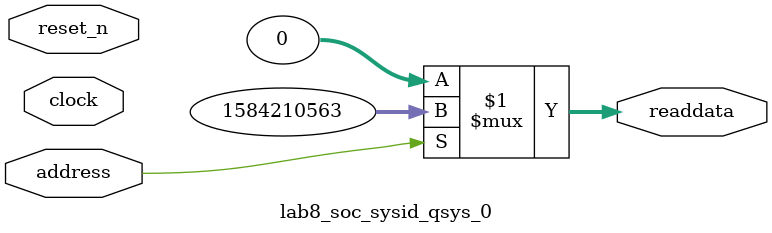
<source format=v>



// synthesis translate_off
`timescale 1ns / 1ps
// synthesis translate_on

// turn off superfluous verilog processor warnings 
// altera message_level Level1 
// altera message_off 10034 10035 10036 10037 10230 10240 10030 

module lab8_soc_sysid_qsys_0 (
               // inputs:
                address,
                clock,
                reset_n,

               // outputs:
                readdata
             )
;

  output  [ 31: 0] readdata;
  input            address;
  input            clock;
  input            reset_n;

  wire    [ 31: 0] readdata;
  //control_slave, which is an e_avalon_slave
  assign readdata = address ? 1584210563 : 0;

endmodule



</source>
